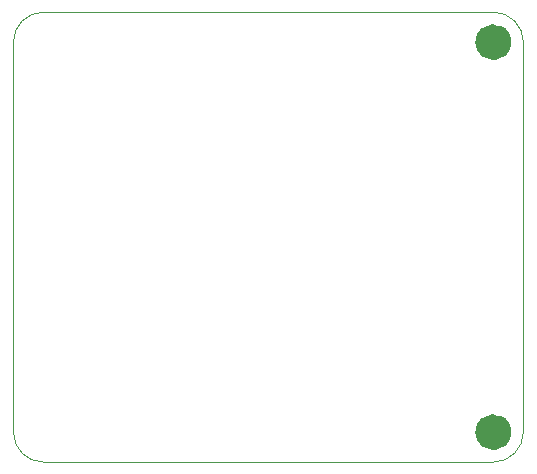
<source format=gbr>
%TF.GenerationSoftware,KiCad,Pcbnew,(6.0.5)*%
%TF.CreationDate,2022-06-29T19:51:02+08:00*%
%TF.ProjectId,audioswitch,61756469-6f73-4776-9974-63682e6b6963,rev?*%
%TF.SameCoordinates,Original*%
%TF.FileFunction,Profile,NP*%
%FSLAX46Y46*%
G04 Gerber Fmt 4.6, Leading zero omitted, Abs format (unit mm)*
G04 Created by KiCad (PCBNEW (6.0.5)) date 2022-06-29 19:51:02*
%MOMM*%
%LPD*%
G01*
G04 APERTURE LIST*
%TA.AperFunction,Profile*%
%ADD10C,0.100000*%
%TD*%
%TA.AperFunction,Profile*%
%ADD11C,1.550000*%
%TD*%
G04 APERTURE END LIST*
D10*
X135890000Y-115570000D02*
G75*
G03*
X138430000Y-118110000I2540000J0D01*
G01*
X179070000Y-82550000D02*
G75*
G03*
X176530000Y-80010000I-2540000J0D01*
G01*
D11*
X177305000Y-82550000D02*
G75*
G03*
X177305000Y-82550000I-775000J0D01*
G01*
D10*
X176530000Y-118110000D02*
G75*
G03*
X179070000Y-115570000I0J2540000D01*
G01*
X179070000Y-82550000D02*
X179070000Y-115570000D01*
D11*
X177305000Y-115570000D02*
G75*
G03*
X177305000Y-115570000I-775000J0D01*
G01*
D10*
X138430000Y-118110000D02*
X176530000Y-118110000D01*
X135890000Y-82550000D02*
X135890000Y-115570000D01*
X176530000Y-80010000D02*
X138430000Y-80010000D01*
X138430000Y-80010000D02*
G75*
G03*
X135890000Y-82550000I0J-2540000D01*
G01*
M02*

</source>
